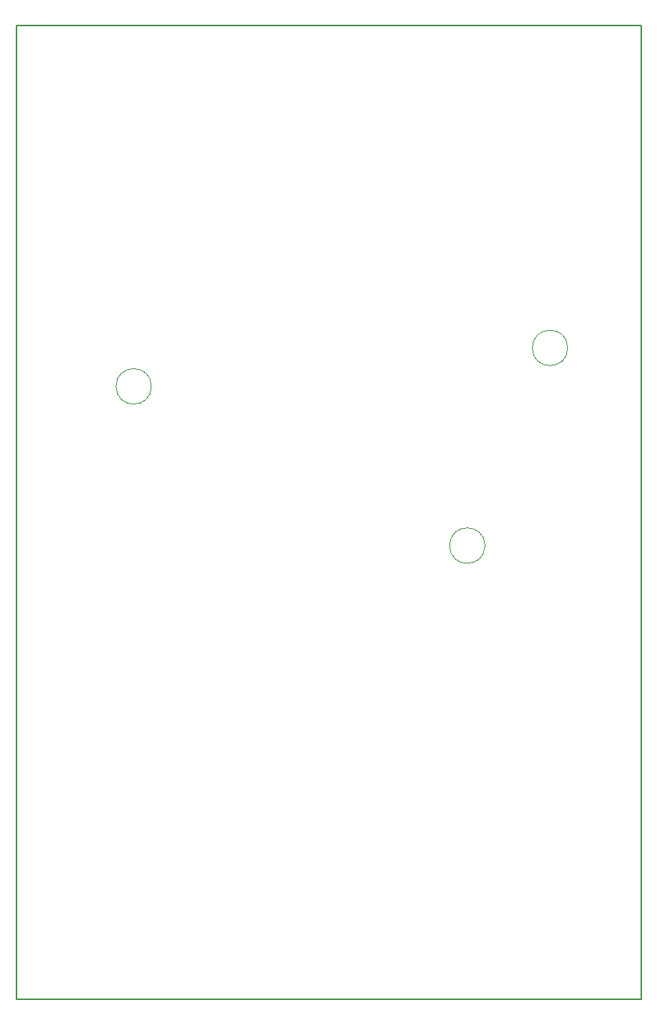
<source format=gbr>
%TF.GenerationSoftware,KiCad,Pcbnew,7.0.1-0*%
%TF.CreationDate,2024-01-26T10:08:16+13:00*%
%TF.ProjectId,MOL,4d4f4c2e-6b69-4636-9164-5f7063625858,rev?*%
%TF.SameCoordinates,Original*%
%TF.FileFunction,Profile,NP*%
%FSLAX46Y46*%
G04 Gerber Fmt 4.6, Leading zero omitted, Abs format (unit mm)*
G04 Created by KiCad (PCBNEW 7.0.1-0) date 2024-01-26 10:08:16*
%MOMM*%
%LPD*%
G01*
G04 APERTURE LIST*
%TA.AperFunction,Profile*%
%ADD10C,0.150000*%
%TD*%
%TA.AperFunction,Profile*%
%ADD11C,0.100000*%
%TD*%
G04 APERTURE END LIST*
D10*
X21395000Y-35150000D02*
X92005000Y-35150000D01*
X92005000Y-145050000D01*
X21395000Y-145050000D01*
X21395000Y-35150000D01*
D11*
%TO.C,REF_ADJ_A1*%
X83710000Y-71570000D02*
G75*
G03*
X83710000Y-71570000I-2000000J0D01*
G01*
%TO.C,Offset_A1*%
X36660000Y-75915000D02*
G75*
G03*
X36660000Y-75915000I-2000000J0D01*
G01*
%TO.C,Offset_B1*%
X74360000Y-93885000D02*
G75*
G03*
X74360000Y-93885000I-2000000J0D01*
G01*
%TD*%
M02*

</source>
